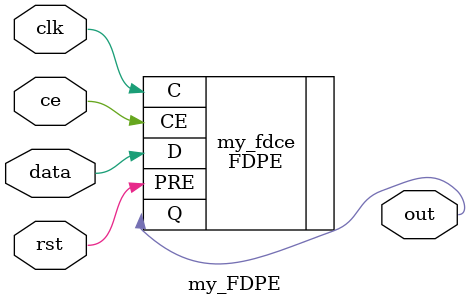
<source format=sv>
module my_FDPE(
  input  logic data,
  input  logic clk,
  input  logic ce,
  input  logic rst,
  output logic out
);

  FDPE my_fdce (
    .Q(out),
    .C(clk),
    .CE(ce),
    .PRE(rst),
    .D(data)
  );


endmodule

</source>
